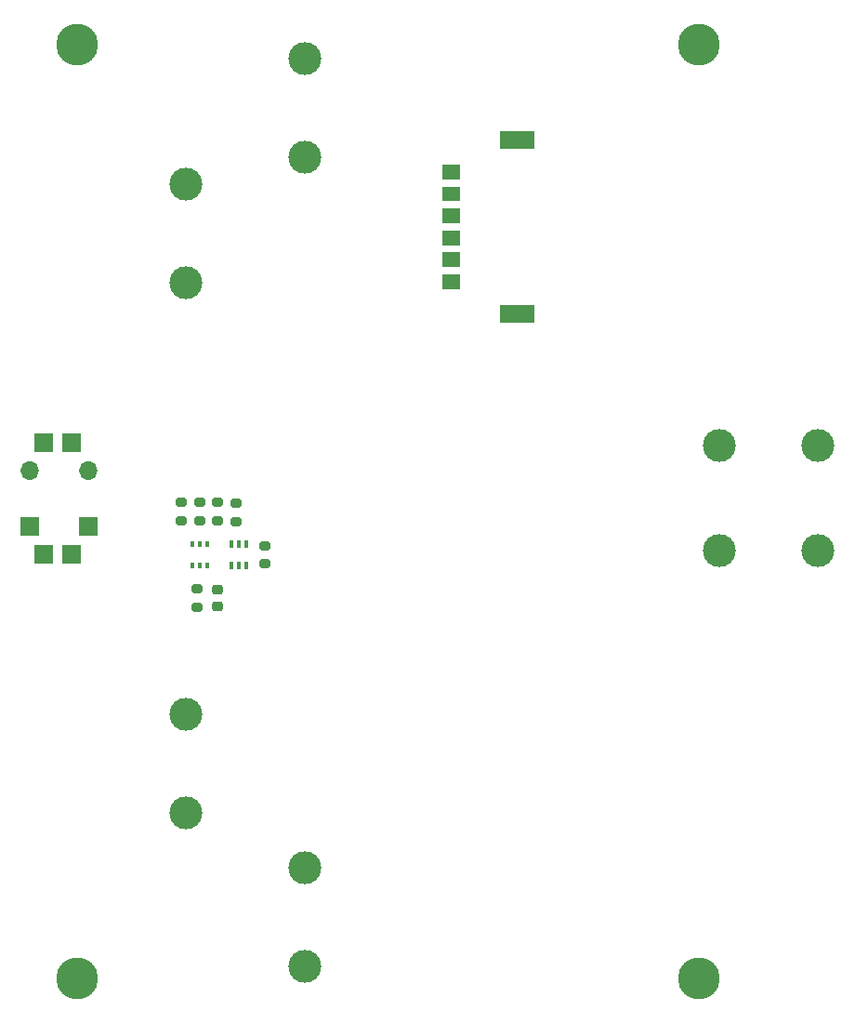
<source format=gbs>
%TF.GenerationSoftware,KiCad,Pcbnew,(6.0.5)*%
%TF.CreationDate,2022-07-09T16:00:03-07:00*%
%TF.ProjectId,solar-panel-side-Z-plus,736f6c61-722d-4706-916e-656c2d736964,rev?*%
%TF.SameCoordinates,Original*%
%TF.FileFunction,Soldermask,Bot*%
%TF.FilePolarity,Negative*%
%FSLAX46Y46*%
G04 Gerber Fmt 4.6, Leading zero omitted, Abs format (unit mm)*
G04 Created by KiCad (PCBNEW (6.0.5)) date 2022-07-09 16:00:03*
%MOMM*%
%LPD*%
G01*
G04 APERTURE LIST*
G04 Aperture macros list*
%AMRoundRect*
0 Rectangle with rounded corners*
0 $1 Rounding radius*
0 $2 $3 $4 $5 $6 $7 $8 $9 X,Y pos of 4 corners*
0 Add a 4 corners polygon primitive as box body*
4,1,4,$2,$3,$4,$5,$6,$7,$8,$9,$2,$3,0*
0 Add four circle primitives for the rounded corners*
1,1,$1+$1,$2,$3*
1,1,$1+$1,$4,$5*
1,1,$1+$1,$6,$7*
1,1,$1+$1,$8,$9*
0 Add four rect primitives between the rounded corners*
20,1,$1+$1,$2,$3,$4,$5,0*
20,1,$1+$1,$4,$5,$6,$7,0*
20,1,$1+$1,$6,$7,$8,$9,0*
20,1,$1+$1,$8,$9,$2,$3,0*%
G04 Aperture macros list end*
%ADD10C,0.010000*%
%ADD11C,3.000000*%
%ADD12R,1.700000X1.700000*%
%ADD13O,1.700000X1.700000*%
%ADD14C,3.800000*%
%ADD15C,2.600000*%
%ADD16RoundRect,0.200000X0.275000X-0.200000X0.275000X0.200000X-0.275000X0.200000X-0.275000X-0.200000X0*%
%ADD17RoundRect,0.200000X-0.275000X0.200000X-0.275000X-0.200000X0.275000X-0.200000X0.275000X0.200000X0*%
%ADD18R,0.400000X0.600000*%
%ADD19R,0.400000X0.650000*%
%ADD20RoundRect,0.225000X-0.250000X0.225000X-0.250000X-0.225000X0.250000X-0.225000X0.250000X0.225000X0*%
G04 APERTURE END LIST*
G36*
X163336200Y-62706200D02*
G01*
X160283800Y-62706200D01*
X160283800Y-61203800D01*
X163336200Y-61203800D01*
X163336200Y-62706200D01*
G37*
D10*
X163336200Y-62706200D02*
X160283800Y-62706200D01*
X160283800Y-61203800D01*
X163336200Y-61203800D01*
X163336200Y-62706200D01*
G36*
X156636200Y-75476200D02*
G01*
X155033800Y-75476200D01*
X155033800Y-74223800D01*
X156636200Y-74223800D01*
X156636200Y-75476200D01*
G37*
X156636200Y-75476200D02*
X155033800Y-75476200D01*
X155033800Y-74223800D01*
X156636200Y-74223800D01*
X156636200Y-75476200D01*
G36*
X156636200Y-73476200D02*
G01*
X155033800Y-73476200D01*
X155033800Y-72223800D01*
X156636200Y-72223800D01*
X156636200Y-73476200D01*
G37*
X156636200Y-73476200D02*
X155033800Y-73476200D01*
X155033800Y-72223800D01*
X156636200Y-72223800D01*
X156636200Y-73476200D01*
G36*
X156636200Y-69476200D02*
G01*
X155033800Y-69476200D01*
X155033800Y-68223800D01*
X156636200Y-68223800D01*
X156636200Y-69476200D01*
G37*
X156636200Y-69476200D02*
X155033800Y-69476200D01*
X155033800Y-68223800D01*
X156636200Y-68223800D01*
X156636200Y-69476200D01*
G36*
X156636200Y-67476200D02*
G01*
X155033800Y-67476200D01*
X155033800Y-66223800D01*
X156636200Y-66223800D01*
X156636200Y-67476200D01*
G37*
X156636200Y-67476200D02*
X155033800Y-67476200D01*
X155033800Y-66223800D01*
X156636200Y-66223800D01*
X156636200Y-67476200D01*
G36*
X163336200Y-78496200D02*
G01*
X160283800Y-78496200D01*
X160283800Y-76993800D01*
X163336200Y-76993800D01*
X163336200Y-78496200D01*
G37*
X163336200Y-78496200D02*
X160283800Y-78496200D01*
X160283800Y-76993800D01*
X163336200Y-76993800D01*
X163336200Y-78496200D01*
G36*
X156636200Y-65476200D02*
G01*
X155033800Y-65476200D01*
X155033800Y-64223800D01*
X156636200Y-64223800D01*
X156636200Y-65476200D01*
G37*
X156636200Y-65476200D02*
X155033800Y-65476200D01*
X155033800Y-64223800D01*
X156636200Y-64223800D01*
X156636200Y-65476200D01*
G36*
X156636200Y-71476200D02*
G01*
X155033800Y-71476200D01*
X155033800Y-70223800D01*
X156636200Y-70223800D01*
X156636200Y-71476200D01*
G37*
X156636200Y-71476200D02*
X155033800Y-71476200D01*
X155033800Y-70223800D01*
X156636200Y-70223800D01*
X156636200Y-71476200D01*
D11*
X142575000Y-63555000D03*
X142575000Y-54555000D03*
X131745000Y-65985000D03*
X131745000Y-74985000D03*
D12*
X121285000Y-99695000D03*
X117475000Y-97155000D03*
X118745000Y-99695000D03*
X122845000Y-97155000D03*
D13*
X117475000Y-92075000D03*
D12*
X118745000Y-89535000D03*
X121285000Y-89535000D03*
D13*
X122845000Y-92075000D03*
D11*
X131745000Y-114245000D03*
X131745000Y-123245000D03*
X142575000Y-137215000D03*
X142575000Y-128215000D03*
X180285000Y-99395000D03*
X189285000Y-99395000D03*
X189285000Y-89835000D03*
X180285000Y-89835000D03*
D14*
X121760000Y-138340000D03*
D15*
X121760000Y-138340000D03*
X178434000Y-53340000D03*
D14*
X178434000Y-53340000D03*
X178434000Y-138340000D03*
D15*
X178434000Y-138340000D03*
X121760000Y-53340000D03*
D14*
X121760000Y-53340000D03*
D16*
X138938000Y-100583500D03*
X138938000Y-98933500D03*
D17*
X131318000Y-94996500D03*
X131318000Y-96646500D03*
D16*
X136271000Y-96709500D03*
X136271000Y-95059500D03*
X132715000Y-104520500D03*
X132715000Y-102870500D03*
D17*
X132969000Y-94996500D03*
X132969000Y-96646500D03*
D18*
X132319000Y-98808500D03*
X132969000Y-98808500D03*
X133619000Y-98808500D03*
X133619000Y-100708500D03*
X132969000Y-100708500D03*
X132319000Y-100708500D03*
D17*
X134620000Y-94996500D03*
X134620000Y-96646500D03*
D19*
X135875000Y-98808500D03*
X136525000Y-98808500D03*
X137175000Y-98808500D03*
X137175000Y-100708500D03*
X136525000Y-100708500D03*
X135875000Y-100708500D03*
D20*
X134620000Y-102920500D03*
X134620000Y-104470500D03*
M02*

</source>
